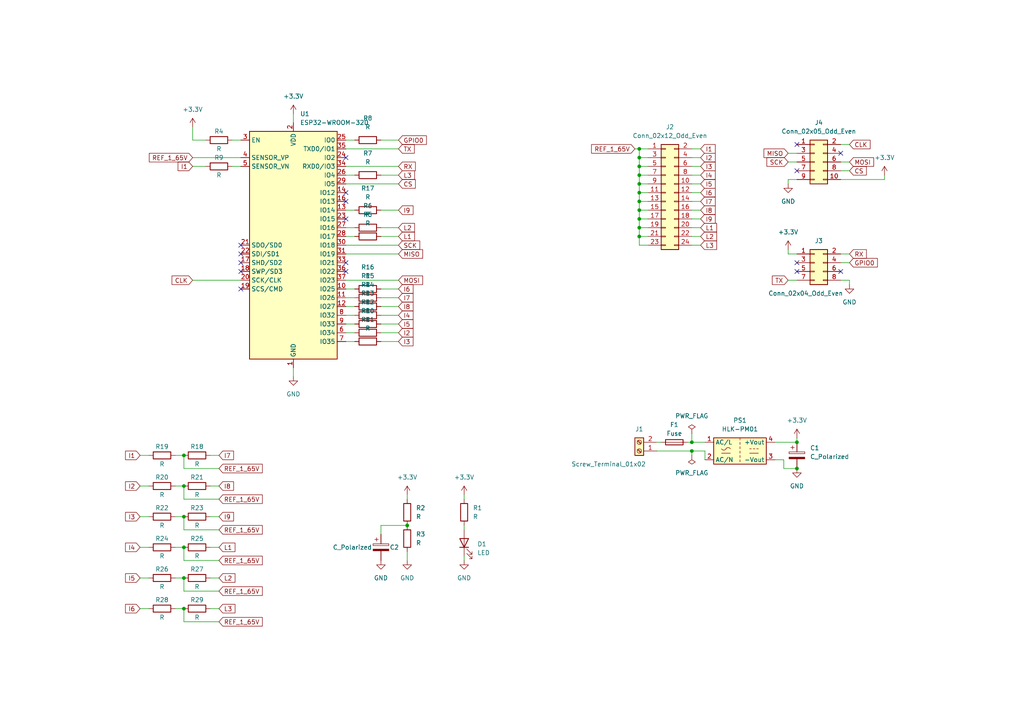
<source format=kicad_sch>
(kicad_sch (version 20230121) (generator eeschema)
  (paper "A4")
  (title_block (title "OSH Smart DIN-Rail Energy Monitor") (date "2023-06-19") (rev "0.1.0") (company "Curious Community Labs e. v.") (comment 1 "https://code.curious.bio/curious.bio/iot-platform") (comment 2 "Created by Sebastian Wendel"))
  (lib_symbols
    (symbol "Connector:Screw_Terminal_01x02" (pin_names (offset 1.016) hide)
      (property "Reference" "J" (at 0 2.54 0))
      (property "Value" "Screw_Terminal_01x02" (at 0 -5.08 0))
      (symbol "Screw_Terminal_01x02_1_1"
        (rectangle (start -1.27 1.27) (end 1.27 -3.81) (stroke (width 0.254)) (fill (type background)))
        (circle (center 0 -2.54) (radius 0.635) (stroke (width 0.1524)))
        (polyline (pts (xy -0.5334 -2.2098) (xy 0.3302 -3.048)) (stroke (width 0.1524)))
        (polyline (pts (xy -0.5334 0.3302) (xy 0.3302 -0.508)) (stroke (width 0.1524)))
        (polyline (pts (xy -0.3556 -2.032) (xy 0.508 -2.8702)) (stroke (width 0.1524)))
        (polyline (pts (xy -0.3556 0.508) (xy 0.508 -0.3302)) (stroke (width 0.1524)))
        (circle (center 0 0) (radius 0.635) (stroke (width 0.1524)))
        (pin passive line (at -5.08 0 0) (length 3.81) (name "Pin_1") (number "1"))
        (pin passive line (at -5.08 -2.54 0) (length 3.81) (name "Pin_2") (number "2"))
      )
    )
    (symbol "Connector_Generic:Conn_02x04_Odd_Even" (pin_names (offset 1.016) hide)
      (property "Reference" "J" (at 1.27 5.08 0))
      (property "Value" "Conn_02x04_Odd_Even" (at 1.27 -7.62 0))
      (symbol "Conn_02x04_Odd_Even_1_1"
        (rectangle (start -1.27 -4.953) (end 0 -5.207) (stroke (width 0.1524)))
        (rectangle (start -1.27 -2.413) (end 0 -2.667) (stroke (width 0.1524)))
        (rectangle (start -1.27 0.127) (end 0 -0.127) (stroke (width 0.1524)))
        (rectangle (start -1.27 2.667) (end 0 2.413) (stroke (width 0.1524)))
        (rectangle (start -1.27 3.81) (end 3.81 -6.35) (stroke (width 0.254)) (fill (type background)))
        (rectangle (start 3.81 -4.953) (end 2.54 -5.207) (stroke (width 0.1524)))
        (rectangle (start 3.81 -2.413) (end 2.54 -2.667) (stroke (width 0.1524)))
        (rectangle (start 3.81 0.127) (end 2.54 -0.127) (stroke (width 0.1524)))
        (rectangle (start 3.81 2.667) (end 2.54 2.413) (stroke (width 0.1524)))
        (pin passive line (at -5.08 2.54 0) (length 3.81) (name "Pin_1") (number "1"))
        (pin passive line (at 7.62 2.54 180) (length 3.81) (name "Pin_2") (number "2"))
        (pin passive line (at -5.08 0 0) (length 3.81) (name "Pin_3") (number "3"))
        (pin passive line (at 7.62 0 180) (length 3.81) (name "Pin_4") (number "4"))
        (pin passive line (at -5.08 -2.54 0) (length 3.81) (name "Pin_5") (number "5"))
        (pin passive line (at 7.62 -2.54 180) (length 3.81) (name "Pin_6") (number "6"))
        (pin passive line (at -5.08 -5.08 0) (length 3.81) (name "Pin_7") (number "7"))
        (pin passive line (at 7.62 -5.08 180) (length 3.81) (name "Pin_8") (number "8"))
      )
    )
    (symbol "Connector_Generic:Conn_02x05_Odd_Even" (pin_names (offset 1.016) hide)
      (property "Reference" "J" (at 1.27 7.62 0))
      (property "Value" "Conn_02x05_Odd_Even" (at 1.27 -7.62 0))
      (symbol "Conn_02x05_Odd_Even_1_1"
        (rectangle (start -1.27 -4.953) (end 0 -5.207) (stroke (width 0.1524)))
        (rectangle (start -1.27 -2.413) (end 0 -2.667) (stroke (width 0.1524)))
        (rectangle (start -1.27 0.127) (end 0 -0.127) (stroke (width 0.1524)))
        (rectangle (start -1.27 2.667) (end 0 2.413) (stroke (width 0.1524)))
        (rectangle (start -1.27 5.207) (end 0 4.953) (stroke (width 0.1524)))
        (rectangle (start -1.27 6.35) (end 3.81 -6.35) (stroke (width 0.254)) (fill (type background)))
        (rectangle (start 3.81 -4.953) (end 2.54 -5.207) (stroke (width 0.1524)))
        (rectangle (start 3.81 -2.413) (end 2.54 -2.667) (stroke (width 0.1524)))
        (rectangle (start 3.81 0.127) (end 2.54 -0.127) (stroke (width 0.1524)))
        (rectangle (start 3.81 2.667) (end 2.54 2.413) (stroke (width 0.1524)))
        (rectangle (start 3.81 5.207) (end 2.54 4.953) (stroke (width 0.1524)))
        (pin passive line (at -5.08 5.08 0) (length 3.81) (name "Pin_1") (number "1"))
        (pin passive line (at 7.62 -5.08 180) (length 3.81) (name "Pin_10") (number "10"))
        (pin passive line (at 7.62 5.08 180) (length 3.81) (name "Pin_2") (number "2"))
        (pin passive line (at -5.08 2.54 0) (length 3.81) (name "Pin_3") (number "3"))
        (pin passive line (at 7.62 2.54 180) (length 3.81) (name "Pin_4") (number "4"))
        (pin passive line (at -5.08 0 0) (length 3.81) (name "Pin_5") (number "5"))
        (pin passive line (at 7.62 0 180) (length 3.81) (name "Pin_6") (number "6"))
        (pin passive line (at -5.08 -2.54 0) (length 3.81) (name "Pin_7") (number "7"))
        (pin passive line (at 7.62 -2.54 180) (length 3.81) (name "Pin_8") (number "8"))
        (pin passive line (at -5.08 -5.08 0) (length 3.81) (name "Pin_9") (number "9"))
      )
    )
    (symbol "Connector_Generic:Conn_02x12_Odd_Even" (pin_names (offset 1.016) hide)
      (property "Reference" "J" (at 1.27 15.24 0))
      (property "Value" "Conn_02x12_Odd_Even" (at 1.27 -17.78 0))
      (symbol "Conn_02x12_Odd_Even_1_1"
        (rectangle (start -1.27 -15.113) (end 0 -15.367) (stroke (width 0.1524)))
        (rectangle (start -1.27 -12.573) (end 0 -12.827) (stroke (width 0.1524)))
        (rectangle (start -1.27 -10.033) (end 0 -10.287) (stroke (width 0.1524)))
        (rectangle (start -1.27 -7.493) (end 0 -7.747) (stroke (width 0.1524)))
        (rectangle (start -1.27 -4.953) (end 0 -5.207) (stroke (width 0.1524)))
        (rectangle (start -1.27 -2.413) (end 0 -2.667) (stroke (width 0.1524)))
        (rectangle (start -1.27 0.127) (end 0 -0.127) (stroke (width 0.1524)))
        (rectangle (start -1.27 2.667) (end 0 2.413) (stroke (width 0.1524)))
        (rectangle (start -1.27 5.207) (end 0 4.953) (stroke (width 0.1524)))
        (rectangle (start -1.27 7.747) (end 0 7.493) (stroke (width 0.1524)))
        (rectangle (start -1.27 10.287) (end 0 10.033) (stroke (width 0.1524)))
        (rectangle (start -1.27 12.827) (end 0 12.573) (stroke (width 0.1524)))
        (rectangle (start -1.27 13.97) (end 3.81 -16.51) (stroke (width 0.254)) (fill (type background)))
        (rectangle (start 3.81 -15.113) (end 2.54 -15.367) (stroke (width 0.1524)))
        (rectangle (start 3.81 -12.573) (end 2.54 -12.827) (stroke (width 0.1524)))
        (rectangle (start 3.81 -10.033) (end 2.54 -10.287) (stroke (width 0.1524)))
        (rectangle (start 3.81 -7.493) (end 2.54 -7.747) (stroke (width 0.1524)))
        (rectangle (start 3.81 -4.953) (end 2.54 -5.207) (stroke (width 0.1524)))
        (rectangle (start 3.81 -2.413) (end 2.54 -2.667) (stroke (width 0.1524)))
        (rectangle (start 3.81 0.127) (end 2.54 -0.127) (stroke (width 0.1524)))
        (rectangle (start 3.81 2.667) (end 2.54 2.413) (stroke (width 0.1524)))
        (rectangle (start 3.81 5.207) (end 2.54 4.953) (stroke (width 0.1524)))
        (rectangle (start 3.81 7.747) (end 2.54 7.493) (stroke (width 0.1524)))
        (rectangle (start 3.81 10.287) (end 2.54 10.033) (stroke (width 0.1524)))
        (rectangle (start 3.81 12.827) (end 2.54 12.573) (stroke (width 0.1524)))
        (pin passive line (at -5.08 12.7 0) (length 3.81) (name "Pin_1") (number "1"))
        (pin passive line (at 7.62 2.54 180) (length 3.81) (name "Pin_10") (number "10"))
        (pin passive line (at -5.08 0 0) (length 3.81) (name "Pin_11") (number "11"))
        (pin passive line (at 7.62 0 180) (length 3.81) (name "Pin_12") (number "12"))
        (pin passive line (at -5.08 -2.54 0) (length 3.81) (name "Pin_13") (number "13"))
        (pin passive line (at 7.62 -2.54 180) (length 3.81) (name "Pin_14") (number "14"))
        (pin passive line (at -5.08 -5.08 0) (length 3.81) (name "Pin_15") (number "15"))
        (pin passive line (at 7.62 -5.08 180) (length 3.81) (name "Pin_16") (number "16"))
        (pin passive line (at -5.08 -7.62 0) (length 3.81) (name "Pin_17") (number "17"))
        (pin passive line (at 7.62 -7.62 180) (length 3.81) (name "Pin_18") (number "18"))
        (pin passive line (at -5.08 -10.16 0) (length 3.81) (name "Pin_19") (number "19"))
        (pin passive line (at 7.62 12.7 180) (length 3.81) (name "Pin_2") (number "2"))
        (pin passive line (at 7.62 -10.16 180) (length 3.81) (name "Pin_20") (number "20"))
        (pin passive line (at -5.08 -12.7 0) (length 3.81) (name "Pin_21") (number "21"))
        (pin passive line (at 7.62 -12.7 180) (length 3.81) (name "Pin_22") (number "22"))
        (pin passive line (at -5.08 -15.24 0) (length 3.81) (name "Pin_23") (number "23"))
        (pin passive line (at 7.62 -15.24 180) (length 3.81) (name "Pin_24") (number "24"))
        (pin passive line (at -5.08 10.16 0) (length 3.81) (name "Pin_3") (number "3"))
        (pin passive line (at 7.62 10.16 180) (length 3.81) (name "Pin_4") (number "4"))
        (pin passive line (at -5.08 7.62 0) (length 3.81) (name "Pin_5") (number "5"))
        (pin passive line (at 7.62 7.62 180) (length 3.81) (name "Pin_6") (number "6"))
        (pin passive line (at -5.08 5.08 0) (length 3.81) (name "Pin_7") (number "7"))
        (pin passive line (at 7.62 5.08 180) (length 3.81) (name "Pin_8") (number "8"))
        (pin passive line (at -5.08 2.54 0) (length 3.81) (name "Pin_9") (number "9"))
      )
    )
    (symbol "Converter_ACDC:HLK-PM01"
      (property "Reference" "PS" (at 0 5.08 0))
      (property "Value" "HLK-PM01" (at 0 -5.08 0))
      (symbol "HLK-PM01_0_1"
        (rectangle (start -7.62 3.81) (end 7.62 -3.81) (stroke (width 0.254)) (fill (type background)))
        (arc (start -5.334 0.635) (mid -4.699 0.2495) (end -4.064 0.635))
        (arc (start -2.794 0.635) (mid -3.429 1.0072) (end -4.064 0.635))
        (polyline (pts (xy -5.334 -0.635) (xy -2.794 -0.635)))
        (polyline (pts (xy 0 -2.54) (xy 0 -3.175)))
        (polyline (pts (xy 0 -1.27) (xy 0 -1.905)))
        (polyline (pts (xy 0 0) (xy 0 -0.635)))
        (polyline (pts (xy 0 1.27) (xy 0 0.635)))
        (polyline (pts (xy 0 2.54) (xy 0 1.905)))
        (polyline (pts (xy 0 3.81) (xy 0 3.175)))
        (polyline (pts (xy 2.794 -0.635) (xy 5.334 -0.635)))
        (polyline (pts (xy 2.794 0.635) (xy 3.302 0.635)))
        (polyline (pts (xy 3.81 0.635) (xy 4.318 0.635)))
        (polyline (pts (xy 4.826 0.635) (xy 5.334 0.635)))
      )
      (symbol "HLK-PM01_1_1"
        (pin power_in line (at -10.16 2.54 0) (length 2.54) (name "AC/L") (number "1"))
        (pin power_in line (at -10.16 -2.54 0) (length 2.54) (name "AC/N") (number "2"))
        (pin power_out line (at 10.16 -2.54 180) (length 2.54) (name "-Vout") (number "3"))
        (pin power_out line (at 10.16 2.54 180) (length 2.54) (name "+Vout") (number "4"))
      )
    )
    (symbol "Device:C_Polarized" (pin_numbers hide) (pin_names (offset 0.254))
      (property "Reference" "C" (at 0.635 2.54 0))
      (property "Value" "C_Polarized" (at 0.635 -2.54 0))
      (symbol "C_Polarized_0_1"
        (rectangle (start -2.286 0.508) (end 2.286 1.016))
        (polyline (pts (xy -1.778 2.286) (xy -0.762 2.286)))
        (polyline (pts (xy -1.27 2.794) (xy -1.27 1.778)))
        (rectangle (start 2.286 -0.508) (end -2.286 -1.016) (fill (type outline)))
      )
      (symbol "C_Polarized_1_1"
        (pin passive line (at 0 3.81 270) (length 2.794) (name "~") (number "1"))
        (pin passive line (at 0 -3.81 90) (length 2.794) (name "~") (number "2"))
      )
    )
    (symbol "Device:Fuse" (pin_numbers hide) (pin_names (offset 0))
      (property "Reference" "F" (at 2.032 0 90))
      (property "Value" "Fuse" (at -1.905 0 90))
      (symbol "Fuse_0_1"
        (rectangle (start -0.762 -2.54) (end 0.762 2.54) (stroke (width 0.254)))
        (polyline (pts (xy 0 2.54) (xy 0 -2.54)))
      )
      (symbol "Fuse_1_1"
        (pin passive line (at 0 3.81 270) (length 1.27) (name "~") (number "1"))
        (pin passive line (at 0 -3.81 90) (length 1.27) (name "~") (number "2"))
      )
    )
    (symbol "Device:LED" (pin_numbers hide) (pin_names (offset 1.016) hide)
      (property "Reference" "D" (at 0 2.54 0))
      (property "Value" "LED" (at 0 -2.54 0))
      (symbol "LED_0_1"
        (polyline (pts (xy -1.27 -1.27) (xy -1.27 1.27)) (stroke (width 0.254)))
        (polyline (pts (xy -1.27 0) (xy 1.27 0)))
        (polyline (pts (xy 1.27 -1.27) (xy 1.27 1.27) (xy -1.27 0) (xy 1.27 -1.27)) (stroke (width 0.254)))
        (polyline (pts (xy -3.048 -0.762) (xy -4.572 -2.286) (xy -3.81 -2.286) (xy -4.572 -2.286) (xy -4.572 -1.524)))
        (polyline (pts (xy -1.778 -0.762) (xy -3.302 -2.286) (xy -2.54 -2.286) (xy -3.302 -2.286) (xy -3.302 -1.524)))
      )
      (symbol "LED_1_1"
        (pin passive line (at -3.81 0 0) (length 2.54) (name "K") (number "1"))
        (pin passive line (at 3.81 0 180) (length 2.54) (name "A") (number "2"))
      )
    )
    (symbol "Device:R" (pin_numbers hide) (pin_names (offset 0))
      (property "Reference" "R" (at 2.032 0 90))
      (property "Value" "R" (at 0 0 90))
      (symbol "R_0_1"
        (rectangle (start -1.016 -2.54) (end 1.016 2.54) (stroke (width 0.254)))
      )
      (symbol "R_1_1"
        (pin passive line (at 0 3.81 270) (length 1.27) (name "~") (number "1"))
        (pin passive line (at 0 -3.81 90) (length 1.27) (name "~") (number "2"))
      )
    )
    (symbol "RF_Module:ESP32-WROOM-32D"
      (property "Reference" "U" (at -12.7 34.29 0))
      (property "Value" "ESP32-WROOM-32D" (at 1.27 34.29 0))
      (symbol "ESP32-WROOM-32D_0_1"
        (rectangle (start -12.7 33.02) (end 12.7 -33.02) (stroke (width 0.254)) (fill (type background)))
      )
      (symbol "ESP32-WROOM-32D_1_1"
        (pin power_in line (at 0 -35.56 90) (length 2.54) (name "GND") (number "1"))
        (pin bidirectional line (at 15.24 -12.7 180) (length 2.54) (name "IO25") (number "10"))
        (pin bidirectional line (at 15.24 -15.24 180) (length 2.54) (name "IO26") (number "11"))
        (pin bidirectional line (at 15.24 -17.78 180) (length 2.54) (name "IO27") (number "12"))
        (pin bidirectional line (at 15.24 10.16 180) (length 2.54) (name "IO14") (number "13"))
        (pin bidirectional line (at 15.24 15.24 180) (length 2.54) (name "IO12") (number "14"))
        (pin passive line (at 0 -35.56 90) (length 2.54) hide (name "GND") (number "15"))
        (pin bidirectional line (at 15.24 12.7 180) (length 2.54) (name "IO13") (number "16"))
        (pin bidirectional line (at -15.24 -5.08 0) (length 2.54) (name "SHD/SD2") (number "17"))
        (pin bidirectional line (at -15.24 -7.62 0) (length 2.54) (name "SWP/SD3") (number "18"))
        (pin bidirectional line (at -15.24 -12.7 0) (length 2.54) (name "SCS/CMD") (number "19"))
        (pin power_in line (at 0 35.56 270) (length 2.54) (name "VDD") (number "2"))
        (pin bidirectional line (at -15.24 -10.16 0) (length 2.54) (name "SCK/CLK") (number "20"))
        (pin bidirectional line (at -15.24 0 0) (length 2.54) (name "SDO/SD0") (number "21"))
        (pin bidirectional line (at -15.24 -2.54 0) (length 2.54) (name "SDI/SD1") (number "22"))
        (pin bidirectional line (at 15.24 7.62 180) (length 2.54) (name "IO15") (number "23"))
        (pin bidirectional line (at 15.24 25.4 180) (length 2.54) (name "IO2") (number "24"))
        (pin bidirectional line (at 15.24 30.48 180) (length 2.54) (name "IO0") (number "25"))
        (pin bidirectional line (at 15.24 20.32 180) (length 2.54) (name "IO4") (number "26"))
        (pin bidirectional line (at 15.24 5.08 180) (length 2.54) (name "IO16") (number "27"))
        (pin bidirectional line (at 15.24 2.54 180) (length 2.54) (name "IO17") (number "28"))
        (pin bidirectional line (at 15.24 17.78 180) (length 2.54) (name "IO5") (number "29"))
        (pin input line (at -15.24 30.48 0) (length 2.54) (name "EN") (number "3"))
        (pin bidirectional line (at 15.24 0 180) (length 2.54) (name "IO18") (number "30"))
        (pin bidirectional line (at 15.24 -2.54 180) (length 2.54) (name "IO19") (number "31"))
        (pin no_connect line (at -12.7 -27.94 0) (length 2.54) hide (name "NC") (number "32"))
        (pin bidirectional line (at 15.24 -5.08 180) (length 2.54) (name "IO21") (number "33"))
        (pin bidirectional line (at 15.24 22.86 180) (length 2.54) (name "RXD0/IO3") (number "34"))
        (pin bidirectional line (at 15.24 27.94 180) (length 2.54) (name "TXD0/IO1") (number "35"))
        (pin bidirectional line (at 15.24 -7.62 180) (length 2.54) (name "IO22") (number "36"))
        (pin bidirectional line (at 15.24 -10.16 180) (length 2.54) (name "IO23") (number "37"))
        (pin passive line (at 0 -35.56 90) (length 2.54) hide (name "GND") (number "38"))
        (pin passive line (at 0 -35.56 90) (length 2.54) hide (name "GND") (number "39"))
        (pin input line (at -15.24 25.4 0) (length 2.54) (name "SENSOR_VP") (number "4"))
        (pin input line (at -15.24 22.86 0) (length 2.54) (name "SENSOR_VN") (number "5"))
        (pin input line (at 15.24 -25.4 180) (length 2.54) (name "IO34") (number "6"))
        (pin input line (at 15.24 -27.94 180) (length 2.54) (name "IO35") (number "7"))
        (pin bidirectional line (at 15.24 -20.32 180) (length 2.54) (name "IO32") (number "8"))
        (pin bidirectional line (at 15.24 -22.86 180) (length 2.54) (name "IO33") (number "9"))
      )
    )
    (symbol "power:+3.3V" (power) (pin_names (offset 0))
      (property "Value" "+3.3V" (at 0 3.556 0))
      (symbol "+3.3V_0_1"
        (polyline (pts (xy -0.762 1.27) (xy 0 2.54)))
        (polyline (pts (xy 0 0) (xy 0 2.54)))
        (polyline (pts (xy 0 2.54) (xy 0.762 1.27)))
      )
      (symbol "+3.3V_1_1"
        (pin power_in line (at 0 0 90) (length 0) hide (name "+3.3V") (number "1"))
      )
    )
    (symbol "power:GND" (power) (pin_names (offset 0))
      (property "Value" "GND" (at 0 -3.81 0))
      (symbol "GND_0_1"
        (polyline (pts (xy 0 0) (xy 0 -1.27) (xy 1.27 -1.27) (xy 0 -2.54) (xy -1.27 -1.27) (xy 0 -1.27)))
      )
      (symbol "GND_1_1"
        (pin power_in line (at 0 0 270) (length 0) hide (name "GND") (number "1"))
      )
    )
    (symbol "power:PWR_FLAG" (power) (pin_numbers hide) (pin_names (offset 0) hide)
      (property "Value" "PWR_FLAG" (at 0 3.81 0))
      (symbol "PWR_FLAG_0_0"
        (pin power_out line (at 0 0 90) (length 0) (name "pwr") (number "1"))
      )
      (symbol "PWR_FLAG_0_1"
        (polyline (pts (xy 0 0) (xy 0 1.27) (xy -1.016 1.905) (xy 0 2.54) (xy 1.016 1.905) (xy 0 1.27)))
      )
    )
  )
  (junction (at 53.34 176.53))
  (junction (at 53.34 132.08))
  (junction (at 185.42 53.34))
  (junction (at 185.42 66.04))
  (junction (at 185.42 63.5))
  (junction (at 200.66 128.27))
  (junction (at 53.34 149.86))
  (junction (at 185.42 60.96))
  (junction (at 231.14 135.89))
  (junction (at 185.42 48.26))
  (junction (at 231.14 128.27))
  (junction (at 185.42 55.88))
  (junction (at 185.42 45.72))
  (junction (at 185.42 43.18))
  (junction (at 185.42 68.58))
  (junction (at 53.34 140.97))
  (junction (at 53.34 158.75))
  (junction (at 185.42 50.8))
  (junction (at 118.11 152.4))
  (junction (at 200.66 130.81))
  (junction (at 185.42 58.42))
  (junction (at 53.34 167.64))
  (no_connect (at 231.14 41.91))
  (no_connect (at 100.33 63.5))
  (no_connect (at 100.33 76.2))
  (no_connect (at 69.85 76.2))
  (no_connect (at 100.33 58.42))
  (no_connect (at 231.14 78.74))
  (no_connect (at 231.14 49.53))
  (no_connect (at 243.84 44.45))
  (no_connect (at 69.85 73.66))
  (no_connect (at 69.85 78.74))
  (no_connect (at 100.33 55.88))
  (no_connect (at 243.84 78.74))
  (no_connect (at 69.85 83.82))
  (no_connect (at 100.33 45.72))
  (no_connect (at 69.85 71.12))
  (no_connect (at 231.14 76.2))
  (no_connect (at 100.33 78.74))
  (wire (pts (xy 110.49 68.58) (xy 115.57 68.58)))
  (wire (pts (xy 228.6 53.34) (xy 228.6 52.07)))
  (wire (pts (xy 53.34 162.56) (xy 53.34 158.75)))
  (wire (pts (xy 185.42 53.34) (xy 185.42 50.8)))
  (wire (pts (xy 60.96 149.86) (xy 63.5 149.86)))
  (wire (pts (xy 100.33 71.12) (xy 115.57 71.12)))
  (wire (pts (xy 200.66 63.5) (xy 203.2 63.5)))
  (wire (pts (xy 185.42 63.5) (xy 185.42 60.96)))
  (wire (pts (xy 185.42 50.8) (xy 185.42 48.26)))
  (wire (pts (xy 40.64 158.75) (xy 43.18 158.75)))
  (wire (pts (xy 40.64 176.53) (xy 43.18 176.53)))
  (wire (pts (xy 60.96 167.64) (xy 63.5 167.64)))
  (wire (pts (xy 50.8 140.97) (xy 53.34 140.97)))
  (wire (pts (xy 200.66 48.26) (xy 203.2 48.26)))
  (wire (pts (xy 190.5 130.81) (xy 200.66 130.81)))
  (wire (pts (xy 228.6 52.07) (xy 231.14 52.07)))
  (wire (pts (xy 100.33 86.36) (xy 102.87 86.36)))
  (wire (pts (xy 187.96 58.42) (xy 185.42 58.42)))
  (wire (pts (xy 243.84 41.91) (xy 246.38 41.91)))
  (wire (pts (xy 200.66 43.18) (xy 203.2 43.18)))
  (wire (pts (xy 187.96 45.72) (xy 185.42 45.72)))
  (wire (pts (xy 185.42 60.96) (xy 185.42 58.42)))
  (wire (pts (xy 110.49 60.96) (xy 115.57 60.96)))
  (wire (pts (xy 185.42 66.04) (xy 185.42 63.5)))
  (wire (pts (xy 110.49 93.98) (xy 115.57 93.98)))
  (wire (pts (xy 185.42 43.18) (xy 187.96 43.18)))
  (wire (pts (xy 100.33 83.82) (xy 102.87 83.82)))
  (wire (pts (xy 246.38 81.28) (xy 246.38 82.55)))
  (wire (pts (xy 63.5 180.34) (xy 53.34 180.34)))
  (wire (pts (xy 187.96 53.34) (xy 185.42 53.34)))
  (wire (pts (xy 100.33 53.34) (xy 115.57 53.34)))
  (wire (pts (xy 63.5 144.78) (xy 53.34 144.78)))
  (wire (pts (xy 50.8 167.64) (xy 53.34 167.64)))
  (wire (pts (xy 227.33 135.89) (xy 231.14 135.89)))
  (wire (pts (xy 60.96 140.97) (xy 63.5 140.97)))
  (wire (pts (xy 50.8 176.53) (xy 53.34 176.53)))
  (wire (pts (xy 40.64 149.86) (xy 43.18 149.86)))
  (wire (pts (xy 63.5 153.67) (xy 53.34 153.67)))
  (wire (pts (xy 224.79 133.35) (xy 227.33 133.35)))
  (wire (pts (xy 110.49 40.64) (xy 115.57 40.64)))
  (wire (pts (xy 185.42 45.72) (xy 185.42 43.18)))
  (wire (pts (xy 200.66 50.8) (xy 203.2 50.8)))
  (wire (pts (xy 228.6 73.66) (xy 231.14 73.66)))
  (wire (pts (xy 55.88 81.28) (xy 69.85 81.28)))
  (wire (pts (xy 200.66 71.12) (xy 203.2 71.12)))
  (wire (pts (xy 60.96 176.53) (xy 63.5 176.53)))
  (wire (pts (xy 243.84 76.2) (xy 246.38 76.2)))
  (wire (pts (xy 110.49 91.44) (xy 115.57 91.44)))
  (wire (pts (xy 63.5 162.56) (xy 53.34 162.56)))
  (wire (pts (xy 110.49 96.52) (xy 115.57 96.52)))
  (wire (pts (xy 100.33 50.8) (xy 102.87 50.8)))
  (wire (pts (xy 185.42 71.12) (xy 185.42 68.58)))
  (wire (pts (xy 224.79 128.27) (xy 231.14 128.27)))
  (wire (pts (xy 243.84 49.53) (xy 246.38 49.53)))
  (wire (pts (xy 110.49 152.4) (xy 118.11 152.4)))
  (wire (pts (xy 185.42 68.58) (xy 185.42 66.04)))
  (wire (pts (xy 100.33 60.96) (xy 102.87 60.96)))
  (wire (pts (xy 100.33 66.04) (xy 102.87 66.04)))
  (wire (pts (xy 40.64 167.64) (xy 43.18 167.64)))
  (wire (pts (xy 85.09 106.68) (xy 85.09 109.22)))
  (wire (pts (xy 100.33 88.9) (xy 102.87 88.9)))
  (wire (pts (xy 200.66 58.42) (xy 203.2 58.42)))
  (wire (pts (xy 191.77 128.27) (xy 190.5 128.27)))
  (wire (pts (xy 200.66 60.96) (xy 203.2 60.96)))
  (wire (pts (xy 40.64 140.97) (xy 43.18 140.97)))
  (wire (pts (xy 50.8 158.75) (xy 53.34 158.75)))
  (wire (pts (xy 67.31 40.64) (xy 69.85 40.64)))
  (wire (pts (xy 200.66 45.72) (xy 203.2 45.72)))
  (wire (pts (xy 110.49 50.8) (xy 115.57 50.8)))
  (wire (pts (xy 243.84 52.07) (xy 256.54 52.07)))
  (wire (pts (xy 228.6 46.99) (xy 231.14 46.99)))
  (wire (pts (xy 53.34 171.45) (xy 53.34 167.64)))
  (wire (pts (xy 227.33 133.35) (xy 227.33 135.89)))
  (wire (pts (xy 100.33 91.44) (xy 102.87 91.44)))
  (wire (pts (xy 228.6 81.28) (xy 231.14 81.28)))
  (wire (pts (xy 100.33 73.66) (xy 115.57 73.66)))
  (wire (pts (xy 184.15 43.18) (xy 185.42 43.18)))
  (wire (pts (xy 199.39 128.27) (xy 200.66 128.27)))
  (wire (pts (xy 134.62 161.29) (xy 134.62 162.56)))
  (wire (pts (xy 200.66 66.04) (xy 203.2 66.04)))
  (wire (pts (xy 63.5 171.45) (xy 53.34 171.45)))
  (wire (pts (xy 118.11 143.51) (xy 118.11 144.78)))
  (wire (pts (xy 110.49 99.06) (xy 115.57 99.06)))
  (wire (pts (xy 200.66 53.34) (xy 203.2 53.34)))
  (wire (pts (xy 200.66 55.88) (xy 203.2 55.88)))
  (wire (pts (xy 60.96 132.08) (xy 63.5 132.08)))
  (wire (pts (xy 110.49 88.9) (xy 115.57 88.9)))
  (wire (pts (xy 55.88 45.72) (xy 69.85 45.72)))
  (wire (pts (xy 100.33 81.28) (xy 115.57 81.28)))
  (wire (pts (xy 187.96 60.96) (xy 185.42 60.96)))
  (wire (pts (xy 200.66 128.27) (xy 204.47 128.27)))
  (wire (pts (xy 187.96 55.88) (xy 185.42 55.88)))
  (wire (pts (xy 185.42 58.42) (xy 185.42 55.88)))
  (wire (pts (xy 55.88 48.26) (xy 59.69 48.26)))
  (wire (pts (xy 187.96 71.12) (xy 185.42 71.12)))
  (wire (pts (xy 187.96 48.26) (xy 185.42 48.26)))
  (wire (pts (xy 228.6 72.39) (xy 228.6 73.66)))
  (wire (pts (xy 243.84 73.66) (xy 246.38 73.66)))
  (wire (pts (xy 67.31 48.26) (xy 69.85 48.26)))
  (wire (pts (xy 100.33 48.26) (xy 115.57 48.26)))
  (wire (pts (xy 100.33 40.64) (xy 102.87 40.64)))
  (wire (pts (xy 53.34 180.34) (xy 53.34 176.53)))
  (wire (pts (xy 243.84 46.99) (xy 246.38 46.99)))
  (wire (pts (xy 50.8 149.86) (xy 53.34 149.86)))
  (wire (pts (xy 134.62 152.4) (xy 134.62 153.67)))
  (wire (pts (xy 185.42 55.88) (xy 185.42 53.34)))
  (wire (pts (xy 204.47 130.81) (xy 204.47 133.35)))
  (wire (pts (xy 243.84 81.28) (xy 246.38 81.28)))
  (wire (pts (xy 55.88 36.83) (xy 55.88 40.64)))
  (wire (pts (xy 231.14 127) (xy 231.14 128.27)))
  (wire (pts (xy 110.49 86.36) (xy 115.57 86.36)))
  (wire (pts (xy 187.96 68.58) (xy 185.42 68.58)))
  (wire (pts (xy 60.96 158.75) (xy 63.5 158.75)))
  (wire (pts (xy 200.66 130.81) (xy 200.66 132.08)))
  (wire (pts (xy 200.66 68.58) (xy 203.2 68.58)))
  (wire (pts (xy 40.64 132.08) (xy 43.18 132.08)))
  (wire (pts (xy 200.66 130.81) (xy 204.47 130.81)))
  (wire (pts (xy 110.49 83.82) (xy 115.57 83.82)))
  (wire (pts (xy 100.33 96.52) (xy 102.87 96.52)))
  (wire (pts (xy 187.96 63.5) (xy 185.42 63.5)))
  (wire (pts (xy 100.33 99.06) (xy 102.87 99.06)))
  (wire (pts (xy 228.6 44.45) (xy 231.14 44.45)))
  (wire (pts (xy 53.34 144.78) (xy 53.34 140.97)))
  (wire (pts (xy 187.96 66.04) (xy 185.42 66.04)))
  (wire (pts (xy 187.96 50.8) (xy 185.42 50.8)))
  (wire (pts (xy 55.88 40.64) (xy 59.69 40.64)))
  (wire (pts (xy 200.66 125.73) (xy 200.66 128.27)))
  (wire (pts (xy 118.11 160.02) (xy 118.11 162.56)))
  (wire (pts (xy 100.33 43.18) (xy 115.57 43.18)))
  (wire (pts (xy 85.09 33.02) (xy 85.09 35.56)))
  (wire (pts (xy 110.49 66.04) (xy 115.57 66.04)))
  (wire (pts (xy 100.33 93.98) (xy 102.87 93.98)))
  (wire (pts (xy 50.8 132.08) (xy 53.34 132.08)))
  (wire (pts (xy 185.42 48.26) (xy 185.42 45.72)))
  (wire (pts (xy 63.5 135.89) (xy 53.34 135.89)))
  (wire (pts (xy 256.54 52.07) (xy 256.54 50.8)))
  (wire (pts (xy 134.62 143.51) (xy 134.62 144.78)))
  (wire (pts (xy 110.49 154.94) (xy 110.49 152.4)))
  (wire (pts (xy 53.34 135.89) (xy 53.34 132.08)))
  (wire (pts (xy 100.33 68.58) (xy 102.87 68.58)))
  (wire (pts (xy 53.34 153.67) (xy 53.34 149.86)))
  (global_label "I1" (shape input) (at 40.64 132.08 180) (property "Intersheetrefs" "${INTERSHEET_REFS}" (effects hide)))
  (global_label "MISO" (shape input) (at 228.6 44.45 180) (property "Intersheetrefs" "${INTERSHEET_REFS}" (effects hide)))
  (global_label "I8" (shape input) (at 203.2 60.96 0) (property "Intersheetrefs" "${INTERSHEET_REFS}" (effects hide)))
  (global_label "I2" (shape input) (at 115.57 96.52 0) (property "Intersheetrefs" "${INTERSHEET_REFS}" (effects hide)))
  (global_label "RX" (shape input) (at 115.57 48.26 0) (property "Intersheetrefs" "${INTERSHEET_REFS}" (effects hide)))
  (global_label "GPIO0" (shape input) (at 246.38 76.2 0) (property "Intersheetrefs" "${INTERSHEET_REFS}" (effects hide)))
  (global_label "L3" (shape input) (at 115.57 50.8 0) (property "Intersheetrefs" "${INTERSHEET_REFS}" (effects hide)))
  (global_label "MISO" (shape input) (at 115.57 73.66 0) (property "Intersheetrefs" "${INTERSHEET_REFS}" (effects hide)))
  (global_label "I5" (shape input) (at 115.57 93.98 0) (property "Intersheetrefs" "${INTERSHEET_REFS}" (effects hide)))
  (global_label "L3" (shape input) (at 63.5 176.53 0) (property "Intersheetrefs" "${INTERSHEET_REFS}" (effects hide)))
  (global_label "I5" (shape input) (at 203.2 53.34 0) (property "Intersheetrefs" "${INTERSHEET_REFS}" (effects hide)))
  (global_label "I8" (shape input) (at 63.5 140.97 0) (property "Intersheetrefs" "${INTERSHEET_REFS}" (effects hide)))
  (global_label "I6" (shape input) (at 203.2 55.88 0) (property "Intersheetrefs" "${INTERSHEET_REFS}" (effects hide)))
  (global_label "I7" (shape input) (at 63.5 132.08 0) (property "Intersheetrefs" "${INTERSHEET_REFS}" (effects hide)))
  (global_label "CLK" (shape input) (at 55.88 81.28 180) (property "Intersheetrefs" "${INTERSHEET_REFS}" (effects hide)))
  (global_label "REF_1_65V" (shape input) (at 63.5 180.34 0) (property "Intersheetrefs" "${INTERSHEET_REFS}" (effects hide)))
  (global_label "REF_1_65V" (shape input) (at 184.15 43.18 180) (property "Intersheetrefs" "${INTERSHEET_REFS}" (effects hide)))
  (global_label "I9" (shape input) (at 115.57 60.96 0) (property "Intersheetrefs" "${INTERSHEET_REFS}" (effects hide)))
  (global_label "I7" (shape input) (at 115.57 86.36 0) (property "Intersheetrefs" "${INTERSHEET_REFS}" (effects hide)))
  (global_label "RX" (shape input) (at 246.38 73.66 0) (property "Intersheetrefs" "${INTERSHEET_REFS}" (effects hide)))
  (global_label "I4" (shape input) (at 40.64 158.75 180) (property "Intersheetrefs" "${INTERSHEET_REFS}" (effects hide)))
  (global_label "I1" (shape input) (at 55.88 48.26 180) (property "Intersheetrefs" "${INTERSHEET_REFS}" (effects hide)))
  (global_label "L1" (shape input) (at 203.2 66.04 0) (property "Intersheetrefs" "${INTERSHEET_REFS}" (effects hide)))
  (global_label "L2" (shape input) (at 63.5 167.64 0) (property "Intersheetrefs" "${INTERSHEET_REFS}" (effects hide)))
  (global_label "REF_1_65V" (shape input) (at 63.5 135.89 0) (property "Intersheetrefs" "${INTERSHEET_REFS}" (effects hide)))
  (global_label "I4" (shape input) (at 115.57 91.44 0) (property "Intersheetrefs" "${INTERSHEET_REFS}" (effects hide)))
  (global_label "L1" (shape input) (at 115.57 68.58 0) (property "Intersheetrefs" "${INTERSHEET_REFS}" (effects hide)))
  (global_label "I4" (shape input) (at 203.2 50.8 0) (property "Intersheetrefs" "${INTERSHEET_REFS}" (effects hide)))
  (global_label "GPIO0" (shape input) (at 115.57 40.64 0) (property "Intersheetrefs" "${INTERSHEET_REFS}" (effects hide)))
  (global_label "I2" (shape input) (at 40.64 140.97 180) (property "Intersheetrefs" "${INTERSHEET_REFS}" (effects hide)))
  (global_label "L1" (shape input) (at 63.5 158.75 0) (property "Intersheetrefs" "${INTERSHEET_REFS}" (effects hide)))
  (global_label "L2" (shape input) (at 115.57 66.04 0) (property "Intersheetrefs" "${INTERSHEET_REFS}" (effects hide)))
  (global_label "I3" (shape input) (at 40.64 149.86 180) (property "Intersheetrefs" "${INTERSHEET_REFS}" (effects hide)))
  (global_label "TX" (shape input) (at 228.6 81.28 180) (property "Intersheetrefs" "${INTERSHEET_REFS}" (effects hide)))
  (global_label "SCK" (shape input) (at 115.57 71.12 0) (property "Intersheetrefs" "${INTERSHEET_REFS}" (effects hide)))
  (global_label "REF_1_65V" (shape input) (at 63.5 162.56 0) (property "Intersheetrefs" "${INTERSHEET_REFS}" (effects hide)))
  (global_label "TX" (shape input) (at 115.57 43.18 0) (property "Intersheetrefs" "${INTERSHEET_REFS}" (effects hide)))
  (global_label "I5" (shape input) (at 40.64 167.64 180) (property "Intersheetrefs" "${INTERSHEET_REFS}" (effects hide)))
  (global_label "MOSI" (shape input) (at 246.38 46.99 0) (property "Intersheetrefs" "${INTERSHEET_REFS}" (effects hide)))
  (global_label "I9" (shape input) (at 63.5 149.86 0) (property "Intersheetrefs" "${INTERSHEET_REFS}" (effects hide)))
  (global_label "I6" (shape input) (at 40.64 176.53 180) (property "Intersheetrefs" "${INTERSHEET_REFS}" (effects hide)))
  (global_label "I9" (shape input) (at 203.2 63.5 0) (property "Intersheetrefs" "${INTERSHEET_REFS}" (effects hide)))
  (global_label "I1" (shape input) (at 203.2 43.18 0) (property "Intersheetrefs" "${INTERSHEET_REFS}" (effects hide)))
  (global_label "I8" (shape input) (at 115.57 88.9 0) (property "Intersheetrefs" "${INTERSHEET_REFS}" (effects hide)))
  (global_label "REF_1_65V" (shape input) (at 55.88 45.72 180) (property "Intersheetrefs" "${INTERSHEET_REFS}" (effects hide)))
  (global_label "MOSI" (shape input) (at 115.57 81.28 0) (property "Intersheetrefs" "${INTERSHEET_REFS}" (effects hide)))
  (global_label "L2" (shape input) (at 203.2 68.58 0) (property "Intersheetrefs" "${INTERSHEET_REFS}" (effects hide)))
  (global_label "I3" (shape input) (at 203.2 48.26 0) (property "Intersheetrefs" "${INTERSHEET_REFS}" (effects hide)))
  (global_label "SCK" (shape input) (at 228.6 46.99 180) (property "Intersheetrefs" "${INTERSHEET_REFS}" (effects hide)))
  (global_label "REF_1_65V" (shape input) (at 63.5 144.78 0) (property "Intersheetrefs" "${INTERSHEET_REFS}" (effects hide)))
  (global_label "CLK" (shape input) (at 246.38 41.91 0) (property "Intersheetrefs" "${INTERSHEET_REFS}" (effects hide)))
  (global_label "I2" (shape input) (at 203.2 45.72 0) (property "Intersheetrefs" "${INTERSHEET_REFS}" (effects hide)))
  (global_label "I7" (shape input) (at 203.2 58.42 0) (property "Intersheetrefs" "${INTERSHEET_REFS}" (effects hide)))
  (global_label "I3" (shape input) (at 115.57 99.06 0) (property "Intersheetrefs" "${INTERSHEET_REFS}" (effects hide)))
  (global_label "REF_1_65V" (shape input) (at 63.5 171.45 0) (property "Intersheetrefs" "${INTERSHEET_REFS}" (effects hide)))
  (global_label "L3" (shape input) (at 203.2 71.12 0) (property "Intersheetrefs" "${INTERSHEET_REFS}" (effects hide)))
  (global_label "I6" (shape input) (at 115.57 83.82 0) (property "Intersheetrefs" "${INTERSHEET_REFS}" (effects hide)))
  (global_label "CS" (shape input) (at 115.57 53.34 0) (property "Intersheetrefs" "${INTERSHEET_REFS}" (effects hide)))
  (global_label "REF_1_65V" (shape input) (at 63.5 153.67 0) (property "Intersheetrefs" "${INTERSHEET_REFS}" (effects hide)))
  (global_label "CS" (shape input) (at 246.38 49.53 0) (property "Intersheetrefs" "${INTERSHEET_REFS}" (effects hide)))
  (symbol (lib_id "power:+3.3V") (at 228.6 72.39 0) (unit 1)
    (property "Reference" "#PWR013" (effects hide))
    (property "Value" "+3.3V" (at 228.6 67.31 0))
  )
  (symbol (lib_id "power:+3.3V") (at 134.62 143.51 0) (unit 1)
    (property "Reference" "#PWR03" (effects hide))
    (property "Value" "+3.3V" (at 134.62 138.43 0))
  )
  (symbol (lib_id "RF_Module:ESP32-WROOM-32D") (at 85.09 71.12 0) (unit 1)
    (property "Reference" "U1" (at 87.0459 33.02 0) (effects (justify left)))
    (property "Value" "ESP32-WROOM-32D" (at 87.0459 35.56 0) (effects (justify left)))
    (property "Footprint" "RF_Module:ESP32-WROOM-32D" (effects hide))
    (property "Datasheet" "https://www.espressif.com/sites/default/files/documentation/esp32-wroom-32d_esp32-wroom-32u_datasheet_en.pdf" (effects hide))
  )
  (symbol (lib_id "Device:R") (at 106.68 60.96 90) (unit 1)
    (property "Reference" "R17" (at 106.68 54.61 90))
    (property "Value" "R" (at 106.68 57.15 90))
  )
  (symbol (lib_id "Device:R") (at 134.62 148.59 0) (unit 1)
    (property "Reference" "R1" (at 137.16 147.32 0) (effects (justify left)))
    (property "Value" "R" (at 137.16 149.86 0) (effects (justify left)))
  )
  (symbol (lib_id "Converter_ACDC:HLK-PM01") (at 214.63 130.81 0) (unit 1)
    (property "Reference" "PS1" (at 214.63 121.92 0))
    (property "Value" "HLK-PM01" (at 214.63 124.46 0))
    (property "Footprint" "Converter_ACDC:Converter_ACDC_HiLink_HLK-PMxx" (effects hide))
    (property "Datasheet" "http://www.hlktech.net/product_detail.php?ProId=54" (effects hide))
  )
  (symbol (lib_id "Device:R") (at 106.68 68.58 270) (unit 1)
    (property "Reference" "R5" (at 106.68 62.23 90))
    (property "Value" "R" (at 106.68 64.77 90))
  )
  (symbol (lib_id "power:GND") (at 228.6 53.34 0) (unit 1)
    (property "Reference" "#PWR015" (effects hide))
    (property "Value" "GND" (at 228.6 58.42 0))
  )
  (symbol (lib_id "power:GND") (at 134.62 162.56 0) (unit 1)
    (property "Reference" "#PWR04" (effects hide))
    (property "Value" "GND" (at 134.62 167.64 0))
  )
  (symbol (lib_id "Device:C_Polarized") (at 110.49 158.75 0) (unit 1)
    (property "Reference" "C2" (at 113.03 158.75 0) (effects (justify left)))
    (property "Value" "C_Polarized" (at 96.52 158.75 0) (effects (justify left)))
  )
  (symbol (lib_id "Connector:Screw_Terminal_01x02") (at 185.42 130.81 180) (unit 1)
    (property "Reference" "J1" (at 185.42 124.46 0))
    (property "Value" "Screw_Terminal_01x02" (at 176.53 134.62 0))
  )
  (symbol (lib_id "Device:R") (at 106.68 66.04 90) (unit 1)
    (property "Reference" "R6" (at 106.68 59.69 90))
    (property "Value" "R" (at 106.68 62.23 90))
  )
  (symbol (lib_id "power:GND") (at 246.38 82.55 0) (unit 1)
    (property "Reference" "#PWR014" (effects hide))
    (property "Value" "GND" (at 246.38 87.63 0))
  )
  (symbol (lib_id "Device:R") (at 57.15 140.97 90) (unit 1)
    (property "Reference" "R21" (at 57.15 138.43 90))
    (property "Value" "R" (at 57.15 143.51 90))
  )
  (symbol (lib_id "Device:R") (at 106.68 40.64 90) (unit 1)
    (property "Reference" "R8" (at 106.68 34.29 90))
    (property "Value" "R" (at 106.68 36.83 90))
  )
  (symbol (lib_id "Device:R") (at 106.68 91.44 90) (unit 1)
    (property "Reference" "R13" (at 106.68 85.09 90))
    (property "Value" "R" (at 106.68 87.63 90))
  )
  (symbol (lib_id "Device:R") (at 106.68 83.82 90) (unit 1)
    (property "Reference" "R16" (at 106.68 77.47 90))
    (property "Value" "R" (at 106.68 80.01 90))
  )
  (symbol (lib_id "Device:LED") (at 134.62 157.48 90) (unit 1)
    (property "Reference" "D1" (at 138.43 157.7975 90) (effects (justify right)))
    (property "Value" "LED" (at 138.43 160.3375 90) (effects (justify right)))
  )
  (symbol (lib_id "power:PWR_FLAG") (at 200.66 132.08 180) (unit 1)
    (property "Reference" "#FLG02" (effects hide))
    (property "Value" "PWR_FLAG" (at 200.66 137.16 0))
  )
  (symbol (lib_id "Device:C_Polarized") (at 231.14 132.08 0) (unit 1)
    (property "Reference" "C1" (at 234.95 129.921 0) (effects (justify left)))
    (property "Value" "C_Polarized" (at 234.95 132.461 0) (effects (justify left)))
  )
  (symbol (lib_id "power:GND") (at 85.09 109.22 0) (unit 1)
    (property "Reference" "#PWR08" (effects hide))
    (property "Value" "GND" (at 85.09 114.3 0))
  )
  (symbol (lib_id "Device:R") (at 106.68 96.52 90) (unit 1)
    (property "Reference" "R10" (at 106.68 90.17 90))
    (property "Value" "R" (at 106.68 92.71 90))
  )
  (symbol (lib_id "Device:R") (at 118.11 148.59 0) (unit 1)
    (property "Reference" "R2" (at 120.65 147.32 0) (effects (justify left)))
    (property "Value" "R" (at 120.65 149.86 0) (effects (justify left)))
  )
  (symbol (lib_id "power:+3.3V") (at 85.09 33.02 0) (unit 1)
    (property "Reference" "#PWR010" (effects hide))
    (property "Value" "+3.3V" (at 85.09 27.94 0))
  )
  (symbol (lib_id "power:GND") (at 118.11 162.56 0) (unit 1)
    (property "Reference" "#PWR06" (effects hide))
    (property "Value" "GND" (at 118.11 167.64 0))
  )
  (symbol (lib_id "Device:R") (at 106.68 88.9 90) (unit 1)
    (property "Reference" "R14" (at 106.68 82.55 90))
    (property "Value" "R" (at 106.68 85.09 90))
  )
  (symbol (lib_id "power:GND") (at 110.49 162.56 0) (unit 1)
    (property "Reference" "#PWR07" (effects hide))
    (property "Value" "GND" (at 110.49 167.64 0))
  )
  (symbol (lib_id "Device:R") (at 118.11 156.21 0) (unit 1)
    (property "Reference" "R3" (at 120.65 154.94 0) (effects (justify left)))
    (property "Value" "R" (at 120.65 157.48 0) (effects (justify left)))
  )
  (symbol (lib_id "power:+3.3V") (at 118.11 143.51 0) (unit 1)
    (property "Reference" "#PWR05" (effects hide))
    (property "Value" "+3.3V" (at 118.11 138.43 0))
  )
  (symbol (lib_id "Device:R") (at 57.15 158.75 90) (unit 1)
    (property "Reference" "R25" (at 57.15 156.21 90))
    (property "Value" "R" (at 57.15 161.29 90))
  )
  (symbol (lib_id "Connector_Generic:Conn_02x04_Odd_Even") (at 236.22 76.2 0) (unit 1)
    (property "Reference" "J3" (at 237.49 69.85 0))
    (property "Value" "Conn_02x04_Odd_Even" (at 233.68 85.09 0))
  )
  (symbol (lib_id "Device:R") (at 57.15 149.86 90) (unit 1)
    (property "Reference" "R23" (at 57.15 147.32 90))
    (property "Value" "R" (at 57.15 152.4 90))
  )
  (symbol (lib_id "Device:R") (at 63.5 48.26 90) (unit 1)
    (property "Reference" "R9" (at 63.5 45.72 90))
    (property "Value" "R" (at 63.5 50.8 90))
  )
  (symbol (lib_id "power:+3.3V") (at 231.14 127 0) (unit 1)
    (property "Reference" "#PWR01" (effects hide))
    (property "Value" "+3.3V" (at 231.14 121.92 0))
  )
  (symbol (lib_id "Device:R") (at 106.68 99.06 90) (unit 1)
    (property "Reference" "R11" (at 106.68 92.71 90))
    (property "Value" "R" (at 106.68 95.25 90))
  )
  (symbol (lib_id "Device:R") (at 57.15 167.64 90) (unit 1)
    (property "Reference" "R27" (at 57.15 165.1 90))
    (property "Value" "R" (at 57.15 170.18 90))
  )
  (symbol (lib_id "Device:R") (at 46.99 132.08 90) (unit 1)
    (property "Reference" "R19" (at 46.99 129.54 90))
    (property "Value" "R" (at 46.99 134.62 90))
  )
  (symbol (lib_id "Device:R") (at 46.99 149.86 90) (unit 1)
    (property "Reference" "R22" (at 46.99 147.32 90))
    (property "Value" "R" (at 46.99 152.4 90))
  )
  (symbol (lib_id "power:+3.3V") (at 55.88 36.83 0) (unit 1)
    (property "Reference" "#PWR09" (effects hide))
    (property "Value" "+3.3V" (at 55.88 31.75 0))
  )
  (symbol (lib_id "Device:R") (at 106.68 50.8 90) (unit 1)
    (property "Reference" "R7" (at 106.68 44.45 90))
    (property "Value" "R" (at 106.68 46.99 90))
  )
  (symbol (lib_id "Device:R") (at 46.99 167.64 90) (unit 1)
    (property "Reference" "R26" (at 46.99 165.1 90))
    (property "Value" "R" (at 46.99 170.18 90))
  )
  (symbol (lib_id "power:+3.3V") (at 256.54 50.8 0) (unit 1)
    (property "Reference" "#PWR012" (effects hide))
    (property "Value" "+3.3V" (at 256.54 45.72 0))
  )
  (symbol (lib_id "Device:R") (at 106.68 86.36 90) (unit 1)
    (property "Reference" "R15" (at 106.68 80.01 90))
    (property "Value" "R" (at 106.68 82.55 90))
  )
  (symbol (lib_id "Connector_Generic:Conn_02x12_Odd_Even") (at 193.04 55.88 0) (unit 1)
    (property "Reference" "J2" (at 194.31 36.83 0))
    (property "Value" "Conn_02x12_Odd_Even" (at 194.31 39.37 0))
  )
  (symbol (lib_id "Device:R") (at 46.99 158.75 90) (unit 1)
    (property "Reference" "R24" (at 46.99 156.21 90))
    (property "Value" "R" (at 46.99 161.29 90))
  )
  (symbol (lib_id "Device:Fuse") (at 195.58 128.27 90) (unit 1)
    (property "Reference" "F1" (at 195.58 123.19 90))
    (property "Value" "Fuse" (at 195.58 125.73 90))
  )
  (symbol (lib_id "Connector_Generic:Conn_02x05_Odd_Even") (at 236.22 46.99 0) (unit 1)
    (property "Reference" "J4" (at 237.49 35.56 0))
    (property "Value" "Conn_02x05_Odd_Even" (at 237.49 38.1 0))
  )
  (symbol (lib_id "Device:R") (at 57.15 176.53 90) (unit 1)
    (property "Reference" "R29" (at 57.15 173.99 90))
    (property "Value" "R" (at 57.15 179.07 90))
  )
  (symbol (lib_id "Device:R") (at 57.15 132.08 90) (unit 1)
    (property "Reference" "R18" (at 57.15 129.54 90))
    (property "Value" "R" (at 57.15 134.62 90))
  )
  (symbol (lib_id "Device:R") (at 46.99 176.53 90) (unit 1)
    (property "Reference" "R28" (at 46.99 173.99 90))
    (property "Value" "R" (at 46.99 179.07 90))
  )
  (symbol (lib_id "Device:R") (at 46.99 140.97 90) (unit 1)
    (property "Reference" "R20" (at 46.99 138.43 90))
    (property "Value" "R" (at 46.99 143.51 90))
  )
  (symbol (lib_id "Device:R") (at 63.5 40.64 90) (unit 1)
    (property "Reference" "R4" (at 63.5 38.1 90))
    (property "Value" "R" (at 63.5 43.18 90))
  )
  (symbol (lib_id "power:GND") (at 231.14 135.89 0) (unit 1)
    (property "Reference" "#PWR02" (effects hide))
    (property "Value" "GND" (at 231.14 140.97 0))
  )
  (symbol (lib_id "Device:R") (at 106.68 93.98 90) (unit 1)
    (property "Reference" "R12" (at 106.68 87.63 90))
    (property "Value" "R" (at 106.68 90.17 90))
  )
  (symbol (lib_id "power:PWR_FLAG") (at 200.66 125.73 0) (unit 1)
    (property "Reference" "#FLG01" (effects hide))
    (property "Value" "PWR_FLAG" (at 200.66 120.65 0))
  )
)
</source>
